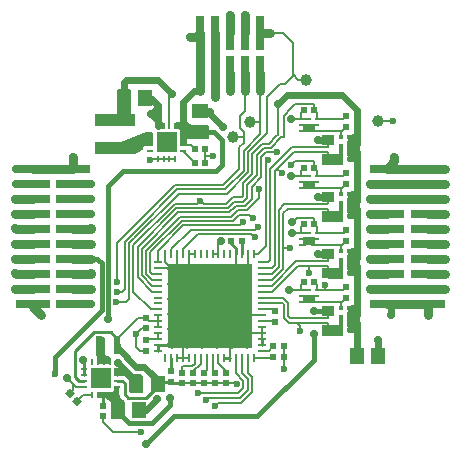
<source format=gtl>
G04 #@! TF.GenerationSoftware,KiCad,Pcbnew,no-vcs-found-d3b382c~59~ubuntu16.04.1*
G04 #@! TF.CreationDate,2017-07-27T00:58:26+01:00*
G04 #@! TF.ProjectId,DCDC-5V,444344432D35562E6B696361645F7063,1*
G04 #@! TF.SameCoordinates,Original
G04 #@! TF.FileFunction,Copper,L1,Top,Signal*
G04 #@! TF.FilePolarity,Positive*
%FSLAX46Y46*%
G04 Gerber Fmt 4.6, Leading zero omitted, Abs format (unit mm)*
G04 Created by KiCad (PCBNEW no-vcs-found-d3b382c~59~ubuntu16.04.1) date Thu Jul 27 00:58:26 2017*
%MOMM*%
%LPD*%
G01*
G04 APERTURE LIST*
%ADD10R,7.150000X7.150000*%
%ADD11C,0.800000*%
%ADD12R,0.250000X0.700000*%
%ADD13R,0.700000X0.250000*%
%ADD14R,0.620000X0.620000*%
%ADD15R,3.400000X0.980000*%
%ADD16R,0.740000X2.920000*%
%ADD17R,2.920000X0.740000*%
%ADD18R,0.400000X0.850000*%
%ADD19R,0.400000X0.455000*%
%ADD20R,1.050000X1.100000*%
%ADD21R,1.000000X0.950000*%
%ADD22R,1.450000X1.150000*%
%ADD23R,1.150000X1.450000*%
%ADD24C,0.620000*%
%ADD25C,0.100000*%
%ADD26R,1.700000X1.700000*%
%ADD27C,0.300000*%
%ADD28R,0.250000X0.600000*%
%ADD29R,0.600000X0.250000*%
%ADD30R,0.500000X1.600000*%
%ADD31R,0.300000X0.250000*%
%ADD32R,1.100000X0.670000*%
%ADD33R,0.620000X0.200000*%
%ADD34C,1.000000*%
%ADD35C,0.700000*%
%ADD36C,0.600000*%
%ADD37C,0.600000*%
%ADD38C,0.200000*%
%ADD39C,0.250000*%
%ADD40C,0.740000*%
%ADD41C,0.400000*%
G04 APERTURE END LIST*
D10*
X98245000Y-105955000D03*
D11*
X101420000Y-109130000D03*
X101420000Y-107860000D03*
X101420000Y-106590000D03*
X101420000Y-105320000D03*
X101420000Y-104050000D03*
X101420000Y-102780000D03*
X100150000Y-109130000D03*
X100150000Y-107860000D03*
X100150000Y-106590000D03*
X100150000Y-105320000D03*
X100150000Y-104050000D03*
X100150000Y-102780000D03*
X98880000Y-109130000D03*
X98880000Y-107860000D03*
X98880000Y-106590000D03*
X98880000Y-105320000D03*
X98880000Y-104050000D03*
X98880000Y-102780000D03*
X97610000Y-109130000D03*
X97610000Y-107860000D03*
X97610000Y-106590000D03*
X97610000Y-105320000D03*
X97610000Y-104050000D03*
X97610000Y-102780000D03*
X96340000Y-109130000D03*
X96340000Y-107860000D03*
X96340000Y-106590000D03*
X96340000Y-105320000D03*
X96340000Y-104050000D03*
X96340000Y-102780000D03*
X95070000Y-109130000D03*
X95070000Y-107860000D03*
X95070000Y-106590000D03*
X95070000Y-105320000D03*
X95070000Y-104050000D03*
X95070000Y-102780000D03*
D12*
X94495000Y-101555000D03*
X94995000Y-101555000D03*
X95495000Y-101555000D03*
X95995000Y-101555000D03*
X96495000Y-101555000D03*
X96995000Y-101555000D03*
X97495000Y-101555000D03*
X97995000Y-101555000D03*
X98495000Y-101555000D03*
X98995000Y-101555000D03*
X99495000Y-101555000D03*
X99995000Y-101555000D03*
X100495000Y-101555000D03*
X100995000Y-101555000D03*
X101495000Y-101555000D03*
X101995000Y-101555000D03*
D13*
X102645000Y-102205000D03*
X102645000Y-102705000D03*
X102645000Y-103205000D03*
X102645000Y-103705000D03*
X102645000Y-104205000D03*
X102645000Y-104705000D03*
X102645000Y-105205000D03*
X102645000Y-105705000D03*
X102645000Y-106205000D03*
X102645000Y-106705000D03*
X102645000Y-107205000D03*
X102645000Y-107705000D03*
X102645000Y-108205000D03*
X102645000Y-108705000D03*
X102645000Y-109205000D03*
X102645000Y-109705000D03*
D12*
X101995000Y-110355000D03*
X101495000Y-110355000D03*
X100995000Y-110355000D03*
X100495000Y-110355000D03*
X99995000Y-110355000D03*
X99495000Y-110355000D03*
X98995000Y-110355000D03*
X98495000Y-110355000D03*
X97995000Y-110355000D03*
X97495000Y-110355000D03*
X96995000Y-110355000D03*
X96495000Y-110355000D03*
X95995000Y-110355000D03*
X95495000Y-110355000D03*
X94995000Y-110355000D03*
X94495000Y-110355000D03*
D13*
X93845000Y-109705000D03*
X93845000Y-109205000D03*
X93845000Y-108705000D03*
X93845000Y-108205000D03*
X93845000Y-107705000D03*
X93845000Y-107205000D03*
X93845000Y-106705000D03*
X93845000Y-106205000D03*
X93845000Y-105705000D03*
X93845000Y-105205000D03*
X93845000Y-104705000D03*
X93845000Y-104205000D03*
X93845000Y-103705000D03*
X93845000Y-103205000D03*
X93845000Y-102705000D03*
X93845000Y-102205000D03*
D14*
X107100000Y-103850000D03*
X106200000Y-103850000D03*
D15*
X90250000Y-92560000D03*
X90250000Y-90190000D03*
D16*
X97460000Y-86215000D03*
X97460000Y-82785000D03*
X98730000Y-86215000D03*
X98730000Y-82785000D03*
X100000000Y-86215000D03*
X100000000Y-82785000D03*
X101270000Y-86215000D03*
X101270000Y-82785000D03*
X102540000Y-86215000D03*
X102540000Y-82785000D03*
D17*
X113285000Y-94285000D03*
X116715000Y-94285000D03*
X113285000Y-95555000D03*
X116715000Y-95555000D03*
X113285000Y-96825000D03*
X116715000Y-96825000D03*
X113285000Y-98095000D03*
X116715000Y-98095000D03*
X113285000Y-99365000D03*
X116715000Y-99365000D03*
X113285000Y-100635000D03*
X116715000Y-100635000D03*
X113285000Y-101905000D03*
X116715000Y-101905000D03*
X113285000Y-103175000D03*
X116715000Y-103175000D03*
X113285000Y-104445000D03*
X116715000Y-104445000D03*
X113285000Y-105715000D03*
X116715000Y-105715000D03*
X83285000Y-94285000D03*
X86715000Y-94285000D03*
X83285000Y-95555000D03*
X86715000Y-95555000D03*
X83285000Y-96825000D03*
X86715000Y-96825000D03*
X83285000Y-98095000D03*
X86715000Y-98095000D03*
X83285000Y-99365000D03*
X86715000Y-99365000D03*
X83285000Y-100635000D03*
X86715000Y-100635000D03*
X83285000Y-101905000D03*
X86715000Y-101905000D03*
X83285000Y-103175000D03*
X86715000Y-103175000D03*
X83285000Y-104445000D03*
X86715000Y-104445000D03*
X83285000Y-105715000D03*
X86715000Y-105715000D03*
D14*
X92850000Y-106925000D03*
X92850000Y-107825000D03*
X100975000Y-100400000D03*
X100075000Y-100400000D03*
X92850000Y-109700000D03*
X92850000Y-108800000D03*
X103750000Y-106350000D03*
X103750000Y-107250000D03*
X98700000Y-111575000D03*
X98700000Y-112475000D03*
X103650000Y-109325000D03*
X104550000Y-109325000D03*
X96850000Y-112475000D03*
X96850000Y-111575000D03*
X104550000Y-110275000D03*
X103650000Y-110275000D03*
X95925000Y-112475000D03*
X95925000Y-111575000D03*
X97775000Y-112475000D03*
X97775000Y-111575000D03*
X99625000Y-112475000D03*
X99625000Y-111575000D03*
X109800000Y-104350000D03*
X110700000Y-104350000D03*
X109800000Y-99525000D03*
X110700000Y-99525000D03*
X109800000Y-94700000D03*
X110700000Y-94700000D03*
X109800000Y-89875000D03*
X110700000Y-89875000D03*
X110700000Y-105275000D03*
X109800000Y-105275000D03*
X110700000Y-100450000D03*
X109800000Y-100450000D03*
X110700000Y-95625000D03*
X109800000Y-95625000D03*
X110700000Y-90800000D03*
X109800000Y-90800000D03*
D18*
X109400000Y-107121000D03*
D19*
X109400000Y-107947500D03*
X109400000Y-106102500D03*
X110050000Y-107947500D03*
X110700000Y-107947500D03*
X110700000Y-106102500D03*
D20*
X110375000Y-107025000D03*
D19*
X110050000Y-106102500D03*
D21*
X108250000Y-107950000D03*
X108250000Y-106350000D03*
X108250000Y-103125000D03*
X108250000Y-101525000D03*
X108250000Y-96700000D03*
X108250000Y-98300000D03*
X108250000Y-91875000D03*
X108250000Y-93475000D03*
D18*
X109400000Y-102300000D03*
D19*
X109400000Y-103126500D03*
X109400000Y-101281500D03*
X110050000Y-103126500D03*
X110700000Y-103126500D03*
X110700000Y-101281500D03*
D20*
X110375000Y-102204000D03*
D19*
X110050000Y-101281500D03*
X110050000Y-96456500D03*
D20*
X110375000Y-97379000D03*
D19*
X110700000Y-96456500D03*
X110700000Y-98301500D03*
X110050000Y-98301500D03*
X109400000Y-96456500D03*
X109400000Y-98301500D03*
D18*
X109400000Y-97475000D03*
X109400000Y-92646000D03*
D19*
X109400000Y-93472500D03*
X109400000Y-91627500D03*
X110050000Y-93472500D03*
X110700000Y-93472500D03*
X110700000Y-91627500D03*
D20*
X110375000Y-92550000D03*
D19*
X110050000Y-91627500D03*
D22*
X97475000Y-89375000D03*
X97475000Y-91175000D03*
D14*
X96975000Y-92600000D03*
X97875000Y-92600000D03*
X97875000Y-93800000D03*
X96975000Y-93800000D03*
D23*
X90975000Y-88300000D03*
X92775000Y-88300000D03*
X90475000Y-114750000D03*
X92275000Y-114750000D03*
D14*
X89250000Y-115250000D03*
X89250000Y-114350000D03*
D24*
X86406802Y-113306802D03*
D25*
G36*
X86845208Y-113306802D02*
X86406802Y-113745208D01*
X85968396Y-113306802D01*
X86406802Y-112868396D01*
X86845208Y-113306802D01*
X86845208Y-113306802D01*
G37*
D24*
X87043198Y-113943198D03*
D25*
G36*
X87481604Y-113943198D02*
X87043198Y-114381604D01*
X86604792Y-113943198D01*
X87043198Y-113504792D01*
X87481604Y-113943198D01*
X87481604Y-113943198D01*
G37*
D23*
X92050000Y-112550000D03*
X93850000Y-112550000D03*
D26*
X94600000Y-92075000D03*
D27*
X95200000Y-92675000D03*
X95200000Y-91475000D03*
X94000000Y-92675000D03*
X94000000Y-91475000D03*
D28*
X93850000Y-90675000D03*
X94350000Y-90675000D03*
X94850000Y-90675000D03*
X95350000Y-90675000D03*
D29*
X96000000Y-91325000D03*
X96000000Y-91825000D03*
X96000000Y-92325000D03*
X96000000Y-92825000D03*
D28*
X95350000Y-93475000D03*
X94850000Y-93475000D03*
X94350000Y-93475000D03*
X93850000Y-93475000D03*
D29*
X93200000Y-92825000D03*
X93200000Y-92325000D03*
X93200000Y-91825000D03*
X93200000Y-91325000D03*
D28*
X89774307Y-110625693D03*
X89274307Y-110625693D03*
X88774307Y-110625693D03*
X88274307Y-110625693D03*
D29*
X87624307Y-111275693D03*
X87624307Y-111775693D03*
X87624307Y-112275693D03*
X87624307Y-112775693D03*
D28*
X88274307Y-113425693D03*
X88774307Y-113425693D03*
X89274307Y-113425693D03*
X89774307Y-113425693D03*
D29*
X90424307Y-112775693D03*
X90424307Y-112275693D03*
X90424307Y-111775693D03*
X90424307Y-111275693D03*
D27*
X89624307Y-111425693D03*
X88424307Y-111425693D03*
X89624307Y-112625693D03*
X88424307Y-112625693D03*
D26*
X89024307Y-112025693D03*
D30*
X90424307Y-109225693D03*
X88924307Y-109225693D03*
D14*
X95000000Y-112325000D03*
X95000000Y-111425000D03*
D31*
X107350000Y-104600000D03*
X107350000Y-105100000D03*
X107350000Y-105600000D03*
D32*
X106650000Y-105310000D03*
D33*
X106590000Y-104600000D03*
D31*
X105950000Y-104600000D03*
X105950000Y-105100000D03*
X105950000Y-105600000D03*
X107350000Y-99740000D03*
X107350000Y-100240000D03*
X107350000Y-100740000D03*
D32*
X106650000Y-100450000D03*
D33*
X106590000Y-99740000D03*
D31*
X105950000Y-99740000D03*
X105950000Y-100240000D03*
X105950000Y-100740000D03*
X105950000Y-95940000D03*
X105950000Y-95440000D03*
X105950000Y-94940000D03*
D33*
X106590000Y-94940000D03*
D32*
X106650000Y-95650000D03*
D31*
X107350000Y-95940000D03*
X107350000Y-95440000D03*
X107350000Y-94940000D03*
X105950000Y-91100000D03*
X105950000Y-90600000D03*
X105950000Y-90100000D03*
D33*
X106590000Y-90100000D03*
D32*
X106650000Y-90810000D03*
D31*
X107350000Y-91100000D03*
X107350000Y-90600000D03*
X107350000Y-90100000D03*
D14*
X106200000Y-99000000D03*
X107100000Y-99000000D03*
X107100000Y-94200000D03*
X106200000Y-94200000D03*
X106200000Y-89350000D03*
X107100000Y-89350000D03*
D34*
X100200000Y-91600000D03*
X101700000Y-90350000D03*
X106450000Y-86750000D03*
X112525000Y-90225000D03*
D23*
X110700000Y-110175000D03*
X112500000Y-110175000D03*
D35*
X112500000Y-108825000D03*
D36*
X92050000Y-108325000D03*
X113750000Y-90225000D03*
D35*
X99350000Y-90750000D03*
D36*
X92475000Y-116550000D03*
D35*
X93775000Y-113800000D03*
X90500000Y-110750000D03*
X104950000Y-104600000D03*
D36*
X93175000Y-93550000D03*
X98525000Y-93200000D03*
D35*
X105200000Y-99750000D03*
X105150000Y-94950000D03*
X105150000Y-90100000D03*
X93275000Y-89675000D03*
X86199307Y-112025693D03*
X87499307Y-110525693D03*
X113900000Y-93300000D03*
X116700000Y-106700000D03*
X84000000Y-106700000D03*
X113640000Y-106660000D03*
X118180000Y-94290000D03*
X86700000Y-93300000D03*
X88180000Y-105720000D03*
X81820000Y-94290000D03*
X100000000Y-81320000D03*
X101270000Y-81320000D03*
X89660010Y-107014990D03*
X94900000Y-113675000D03*
X96575000Y-83150000D03*
X97450000Y-87700000D03*
X88180000Y-95550000D03*
X81800000Y-96850000D03*
X88180000Y-96830000D03*
X81800000Y-98100000D03*
X81800000Y-99350000D03*
X88200000Y-99350000D03*
X81800000Y-100650000D03*
X88200000Y-100650000D03*
X81800000Y-101900000D03*
X81800000Y-103150000D03*
X88200000Y-103150000D03*
X81800000Y-104450000D03*
X88200000Y-104450000D03*
X88180000Y-98100000D03*
X98725000Y-88250000D03*
X98730000Y-87680000D03*
D36*
X104550000Y-111250000D03*
X100550000Y-112500000D03*
D35*
X111820000Y-95550000D03*
X118180000Y-95560000D03*
X111820000Y-96830000D03*
X118180000Y-96830000D03*
X107400000Y-91875000D03*
X111820000Y-98090000D03*
X118180000Y-98090000D03*
X118180000Y-99360000D03*
X118180000Y-100630000D03*
X111820000Y-101900000D03*
X118180000Y-101900000D03*
X107400000Y-101525000D03*
X111820000Y-103180000D03*
X118180000Y-103180000D03*
X111820000Y-104440000D03*
X118180000Y-104440000D03*
X107400000Y-96700000D03*
X111820000Y-99360000D03*
X111820000Y-100640000D03*
X81820000Y-95560000D03*
X92900000Y-117600000D03*
D36*
X85150000Y-111675000D03*
D35*
X107050000Y-108324264D03*
X107050000Y-106350000D03*
X88200000Y-101900000D03*
D36*
X90425000Y-103850000D03*
X97300000Y-113325000D03*
D35*
X101270000Y-87690000D03*
D36*
X90400000Y-104700000D03*
X97950000Y-113900000D03*
D35*
X102540000Y-87690000D03*
D36*
X90350000Y-105600000D03*
X98675000Y-114425000D03*
D35*
X103375000Y-82800000D03*
D36*
X105900000Y-108050000D03*
X101050000Y-98850000D03*
X101900000Y-98500000D03*
X108050000Y-104150000D03*
X102400000Y-96050000D03*
D35*
X105200000Y-98850000D03*
D36*
X103950000Y-92900000D03*
X105150000Y-94000000D03*
X102350000Y-99200000D03*
X106650000Y-103100000D03*
X102050000Y-100100000D03*
X105050000Y-101050000D03*
X103200000Y-93550000D03*
X104350000Y-94700000D03*
X97425000Y-97025000D03*
D35*
X104000000Y-88850000D03*
X95075000Y-87950000D03*
X99175000Y-100450000D03*
X100000000Y-87680000D03*
D37*
X112500000Y-110175000D02*
X112500000Y-108825000D01*
D38*
X92850000Y-109700000D02*
X92340000Y-109700000D01*
X92340000Y-109700000D02*
X92050000Y-109410000D01*
X92050000Y-109410000D02*
X92050000Y-108749264D01*
X92050000Y-108749264D02*
X92050000Y-108325000D01*
X92850000Y-107825000D02*
X92550000Y-107825000D01*
X92550000Y-107825000D02*
X92050000Y-108325000D01*
X112525000Y-90225000D02*
X113750000Y-90225000D01*
D37*
X97475000Y-89375000D02*
X98250000Y-89375000D01*
X98250000Y-89375000D02*
X98250000Y-89650000D01*
X98250000Y-89650000D02*
X99350000Y-90750000D01*
D38*
X89250000Y-115250000D02*
X89250000Y-115760000D01*
X89250000Y-115760000D02*
X90040000Y-116550000D01*
X90040000Y-116550000D02*
X92475000Y-116550000D01*
D37*
X92275000Y-114750000D02*
X92825000Y-114750000D01*
X92825000Y-114750000D02*
X93775000Y-113800000D01*
X92050000Y-112550000D02*
X92050000Y-112300000D01*
X92050000Y-112300000D02*
X90500000Y-110750000D01*
D38*
X86949307Y-112775693D02*
X86575000Y-112401386D01*
X86575000Y-112401386D02*
X86199307Y-112025693D01*
X86406802Y-113306802D02*
X86696715Y-113016889D01*
X86696715Y-113016889D02*
X86696715Y-112523101D01*
X86696715Y-112523101D02*
X86575000Y-112401386D01*
D39*
X90424307Y-111525000D02*
X90424307Y-111275693D01*
X90424307Y-111775693D02*
X90424307Y-111525000D01*
X90424307Y-111525000D02*
X90699307Y-111250000D01*
D38*
X105950000Y-104600000D02*
X104950000Y-104600000D01*
X105950000Y-104300000D02*
X105950000Y-104100000D01*
X105950000Y-104600000D02*
X105950000Y-104300000D01*
X105950000Y-104600000D02*
X105950000Y-104550000D01*
X93850000Y-93475000D02*
X93250000Y-93475000D01*
X93250000Y-93475000D02*
X93175000Y-93550000D01*
X97875000Y-93200000D02*
X97875000Y-93800000D01*
X97875000Y-92600000D02*
X97875000Y-93200000D01*
X97875000Y-93200000D02*
X98525000Y-93200000D01*
X105950000Y-104100000D02*
X106200000Y-103850000D01*
X106590000Y-104600000D02*
X105950000Y-104600000D01*
X105950000Y-99740000D02*
X105950000Y-99250000D01*
X105950000Y-99250000D02*
X106200000Y-99000000D01*
X105950000Y-99740000D02*
X105210000Y-99740000D01*
X105210000Y-99740000D02*
X105200000Y-99750000D01*
X106590000Y-99740000D02*
X105950000Y-99740000D01*
X105950000Y-94940000D02*
X105950000Y-94450000D01*
X105950000Y-94450000D02*
X106200000Y-94200000D01*
X105950000Y-94940000D02*
X105160000Y-94940000D01*
X105160000Y-94940000D02*
X105150000Y-94950000D01*
X106590000Y-94940000D02*
X105950000Y-94940000D01*
X105950000Y-90100000D02*
X105950000Y-89600000D01*
X105950000Y-89600000D02*
X106200000Y-89350000D01*
X105950000Y-90100000D02*
X105150000Y-90100000D01*
X106590000Y-90100000D02*
X105950000Y-90100000D01*
D37*
X93275000Y-89675000D02*
X93850000Y-89100000D01*
X93850000Y-89100000D02*
X93850000Y-88925000D01*
X93850000Y-90675000D02*
X93850000Y-90250000D01*
X93850000Y-90250000D02*
X93275000Y-89675000D01*
X93225000Y-88300000D02*
X93850000Y-88925000D01*
X93850000Y-88925000D02*
X93850000Y-90675000D01*
X92775000Y-88300000D02*
X93225000Y-88300000D01*
D38*
X93850000Y-90675000D02*
X93850000Y-90500000D01*
X93850000Y-90675000D02*
X94350000Y-90675000D01*
X94350000Y-93475000D02*
X93850000Y-93475000D01*
X95350000Y-93475000D02*
X94850000Y-93475000D01*
X94350000Y-93475000D02*
X94850000Y-93475000D01*
X87624307Y-112775693D02*
X86949307Y-112775693D01*
D39*
X100495000Y-101555000D02*
X100495000Y-101053002D01*
X100495000Y-101053002D02*
X100075000Y-100633002D01*
X100075000Y-100633002D02*
X100075000Y-100400000D01*
X102645000Y-109205000D02*
X102645000Y-108705000D01*
X99495000Y-110355000D02*
X99995000Y-110355000D01*
X93845000Y-109205000D02*
X94995000Y-109205000D01*
X94995000Y-109205000D02*
X95170000Y-109030000D01*
X93845000Y-109205000D02*
X93845000Y-109705000D01*
X87624307Y-111275693D02*
X87624307Y-110650693D01*
X87624307Y-110650693D02*
X87499307Y-110525693D01*
X87624307Y-111275693D02*
X87624307Y-111775693D01*
D38*
X89024307Y-112025693D02*
X89274307Y-111775693D01*
X93845000Y-102705000D02*
X94995000Y-102705000D01*
X94995000Y-102705000D02*
X95170000Y-102880000D01*
X94495000Y-101555000D02*
X94495000Y-102205000D01*
X94495000Y-102205000D02*
X95170000Y-102880000D01*
X95495000Y-101555000D02*
X95495000Y-102555000D01*
X95495000Y-102555000D02*
X95170000Y-102880000D01*
X96495000Y-101555000D02*
X96495000Y-102785000D01*
X96495000Y-102785000D02*
X96400000Y-102880000D01*
X96995000Y-101555000D02*
X96495000Y-101555000D01*
X101495000Y-101555000D02*
X101495000Y-102705000D01*
X101495000Y-102705000D02*
X101320000Y-102880000D01*
X100495000Y-101555000D02*
X100495000Y-102475000D01*
X100495000Y-102475000D02*
X100090000Y-102880000D01*
X102645000Y-106705000D02*
X101455000Y-106705000D01*
X101455000Y-106705000D02*
X101320000Y-106570000D01*
X102645000Y-108205000D02*
X101725000Y-108205000D01*
X101725000Y-108205000D02*
X101320000Y-107800000D01*
X102645000Y-108205000D02*
X102645000Y-107705000D01*
X102645000Y-108705000D02*
X102645000Y-108205000D01*
X99995000Y-110355000D02*
X99995000Y-109125000D01*
X99995000Y-109125000D02*
X100090000Y-109030000D01*
X95995000Y-110355000D02*
X95995000Y-109435000D01*
X95995000Y-109435000D02*
X96400000Y-109030000D01*
X95995000Y-110355000D02*
X95495000Y-110355000D01*
X96495000Y-110355000D02*
X95995000Y-110355000D01*
D40*
X83285000Y-105715000D02*
X83285000Y-105985000D01*
X83285000Y-105985000D02*
X84000000Y-106700000D01*
X113900000Y-93300000D02*
X113900000Y-93670000D01*
X113900000Y-93670000D02*
X113285000Y-94285000D01*
X116715000Y-105715000D02*
X116715000Y-106685000D01*
X116715000Y-106685000D02*
X116700000Y-106700000D01*
X83285000Y-94285000D02*
X86715000Y-94285000D01*
X113285000Y-94285000D02*
X116715000Y-94285000D01*
X113285000Y-105715000D02*
X116715000Y-105715000D01*
D37*
X113640000Y-106660000D02*
X113640000Y-106070000D01*
X113640000Y-106070000D02*
X113285000Y-105715000D01*
D40*
X118180000Y-94290000D02*
X116720000Y-94290000D01*
X116720000Y-94290000D02*
X116715000Y-94285000D01*
X86715000Y-94285000D02*
X86715000Y-93315000D01*
X86715000Y-93315000D02*
X86700000Y-93300000D01*
D41*
X88175000Y-105715000D02*
X88180000Y-105720000D01*
X81820000Y-94290000D02*
X83280000Y-94290000D01*
X83280000Y-94290000D02*
X83285000Y-94285000D01*
D40*
X100000000Y-81320000D02*
X100000000Y-82785000D01*
X101270000Y-82785000D02*
X101270000Y-81320000D01*
D39*
X100995000Y-101555000D02*
X100995000Y-100420000D01*
X100995000Y-100420000D02*
X100975000Y-100400000D01*
D38*
X93845000Y-108705000D02*
X92945000Y-108705000D01*
X92945000Y-108705000D02*
X92850000Y-108800000D01*
X93845000Y-108205000D02*
X93845000Y-108705000D01*
D39*
X92759308Y-108660694D02*
X92724307Y-108625693D01*
D41*
X97475000Y-91175000D02*
X98600000Y-91175000D01*
X98600000Y-91175000D02*
X99275000Y-91850000D01*
X99275000Y-91850000D02*
X99275000Y-93950000D01*
X99275000Y-93950000D02*
X98754999Y-94470001D01*
X98754999Y-94470001D02*
X90929999Y-94470001D01*
X90929999Y-94470001D02*
X89660010Y-95739990D01*
D37*
X96000000Y-90625000D02*
X96000000Y-88925000D01*
X96000000Y-88925000D02*
X96000000Y-88655026D01*
X96000000Y-88655026D02*
X96955026Y-87700000D01*
X96955026Y-87700000D02*
X97450000Y-87700000D01*
D41*
X93389999Y-115835001D02*
X94900000Y-114325000D01*
X94900000Y-114325000D02*
X94900000Y-113675000D01*
X90475000Y-114750000D02*
X90475000Y-114900000D01*
X90475000Y-114900000D02*
X91410001Y-115835001D01*
X91410001Y-115835001D02*
X93389999Y-115835001D01*
D39*
X89250000Y-114350000D02*
X89250000Y-113450000D01*
X89250000Y-113450000D02*
X89274307Y-113425693D01*
X90475000Y-114750000D02*
X90475000Y-113775000D01*
X90475000Y-113775000D02*
X90125693Y-113425693D01*
X90125693Y-113425693D02*
X90099307Y-113425693D01*
D41*
X89660010Y-95739990D02*
X89660010Y-107014990D01*
D38*
X89000000Y-113651386D02*
X88774307Y-113425693D01*
D41*
X97625000Y-91175000D02*
X97475000Y-91175000D01*
D37*
X97475000Y-91175000D02*
X97450000Y-91150000D01*
X97450000Y-91150000D02*
X96525000Y-91150000D01*
X96525000Y-91150000D02*
X96000000Y-90625000D01*
D38*
X89274307Y-113425693D02*
X89774307Y-113425693D01*
X88774307Y-113425693D02*
X89274307Y-113425693D01*
X96000000Y-91325000D02*
X97325000Y-91325000D01*
X97325000Y-91325000D02*
X97475000Y-91175000D01*
X95775000Y-90675000D02*
X96000000Y-90900000D01*
X96000000Y-90900000D02*
X96000000Y-91325000D01*
X95350000Y-90675000D02*
X95775000Y-90675000D01*
X96000000Y-92325000D02*
X96700000Y-92325000D01*
X96700000Y-92325000D02*
X96975000Y-92600000D01*
X96000000Y-91825000D02*
X96000000Y-92325000D01*
X96000000Y-91325000D02*
X96000000Y-91825000D01*
X90424307Y-112775693D02*
X90424307Y-113100693D01*
X90424307Y-113100693D02*
X90099307Y-113425693D01*
X90099307Y-113425693D02*
X89774307Y-113425693D01*
D40*
X96575000Y-83150000D02*
X97095000Y-83150000D01*
X97095000Y-83150000D02*
X97460000Y-82785000D01*
X97460000Y-86215000D02*
X97460000Y-87690000D01*
X97460000Y-87690000D02*
X97450000Y-87700000D01*
X97460000Y-82785000D02*
X97460000Y-86215000D01*
D38*
X101995000Y-110355000D02*
X103570000Y-110355000D01*
X103570000Y-110355000D02*
X103650000Y-110275000D01*
D41*
X88180000Y-95550000D02*
X86720000Y-95550000D01*
X86720000Y-95550000D02*
X86715000Y-95555000D01*
D40*
X83285000Y-96825000D02*
X81825000Y-96825000D01*
X81825000Y-96825000D02*
X81800000Y-96850000D01*
D41*
X88175000Y-96825000D02*
X88180000Y-96830000D01*
D40*
X83285000Y-98095000D02*
X81805000Y-98095000D01*
X81805000Y-98095000D02*
X81800000Y-98100000D01*
X83285000Y-99365000D02*
X81815000Y-99365000D01*
X81815000Y-99365000D02*
X81800000Y-99350000D01*
X86715000Y-99365000D02*
X88185000Y-99365000D01*
X88185000Y-99365000D02*
X88200000Y-99350000D01*
X83285000Y-100635000D02*
X81815000Y-100635000D01*
X81815000Y-100635000D02*
X81800000Y-100650000D01*
X86715000Y-100635000D02*
X88185000Y-100635000D01*
X88185000Y-100635000D02*
X88200000Y-100650000D01*
X83285000Y-101905000D02*
X81805000Y-101905000D01*
X81805000Y-101905000D02*
X81800000Y-101900000D01*
X83285000Y-103175000D02*
X81825000Y-103175000D01*
X81825000Y-103175000D02*
X81800000Y-103150000D01*
X86715000Y-103175000D02*
X88175000Y-103175000D01*
X88175000Y-103175000D02*
X88200000Y-103150000D01*
X81800000Y-104450000D02*
X83280000Y-104450000D01*
X83280000Y-104450000D02*
X83285000Y-104445000D01*
X86715000Y-104445000D02*
X88195000Y-104445000D01*
X88195000Y-104445000D02*
X88200000Y-104450000D01*
D41*
X88180000Y-98100000D02*
X86720000Y-98100000D01*
X86720000Y-98100000D02*
X86715000Y-98095000D01*
D40*
X98725000Y-88250000D02*
X98725000Y-87685000D01*
X98725000Y-87685000D02*
X98730000Y-87680000D01*
X98730000Y-82785000D02*
X98730000Y-86215000D01*
X98730000Y-86215000D02*
X98730000Y-87680000D01*
D38*
X92850000Y-106925000D02*
X92175000Y-106925000D01*
X92175000Y-106925000D02*
X90424307Y-108675693D01*
X90424307Y-108675693D02*
X90424307Y-109225693D01*
D39*
X95000000Y-112325000D02*
X94075000Y-112325000D01*
X94075000Y-112325000D02*
X93850000Y-112550000D01*
X90424307Y-112275693D02*
X90862309Y-112275693D01*
X90862309Y-112275693D02*
X91050000Y-112463384D01*
X91050000Y-112463384D02*
X91050000Y-113400000D01*
X91050000Y-113400000D02*
X91350000Y-113700000D01*
X91350000Y-113700000D02*
X92850000Y-113700000D01*
X92850000Y-113700000D02*
X93850000Y-112700000D01*
X93850000Y-112700000D02*
X93850000Y-112550000D01*
D37*
X93153002Y-111525000D02*
X93150000Y-111525000D01*
X93150000Y-111525000D02*
X92725000Y-111100000D01*
X93850000Y-112550000D02*
X93850000Y-112221998D01*
X93850000Y-112221998D02*
X93153002Y-111525000D01*
X92025000Y-111100000D02*
X92725000Y-111100000D01*
X91275000Y-110350000D02*
X92025000Y-111100000D01*
X91275000Y-110250000D02*
X91275000Y-110350000D01*
X90424307Y-109225693D02*
X90424307Y-109399307D01*
X90424307Y-109399307D02*
X91275000Y-110250000D01*
X93850000Y-112300000D02*
X93850000Y-112550000D01*
D38*
X104550000Y-110275000D02*
X104550000Y-111250000D01*
X99625000Y-112475000D02*
X100525000Y-112475000D01*
X100525000Y-112475000D02*
X100550000Y-112500000D01*
X104575000Y-109300000D02*
X104550000Y-109325000D01*
X104550000Y-109325000D02*
X104550000Y-110275000D01*
D39*
X95925000Y-112475000D02*
X95150000Y-112475000D01*
X95150000Y-112475000D02*
X95000000Y-112325000D01*
X87624307Y-112275693D02*
X87186305Y-112275693D01*
X87186305Y-112275693D02*
X86864306Y-111953694D01*
X89889306Y-108140692D02*
X90424307Y-108675693D01*
X86864306Y-111953694D02*
X86864306Y-109722692D01*
X86864306Y-109722692D02*
X88446306Y-108140692D01*
X88446306Y-108140692D02*
X89889306Y-108140692D01*
D38*
X92850000Y-106925000D02*
X92730870Y-106925000D01*
X93845000Y-107205000D02*
X93130000Y-107205000D01*
X93130000Y-107205000D02*
X92850000Y-106925000D01*
X98700000Y-112475000D02*
X99625000Y-112475000D01*
X97775000Y-112475000D02*
X98700000Y-112475000D01*
X96850000Y-112475000D02*
X97775000Y-112475000D01*
X95925000Y-112475000D02*
X96850000Y-112475000D01*
X93845000Y-107205000D02*
X93845000Y-106705000D01*
X93845000Y-107205000D02*
X93845000Y-107705000D01*
D40*
X113285000Y-95555000D02*
X111825000Y-95555000D01*
X111825000Y-95555000D02*
X111820000Y-95550000D01*
X113285000Y-95555000D02*
X116715000Y-95555000D01*
X116715000Y-95555000D02*
X118175000Y-95555000D01*
X118175000Y-95555000D02*
X118180000Y-95560000D01*
X111820000Y-96830000D02*
X113280000Y-96830000D01*
X113280000Y-96830000D02*
X113285000Y-96825000D01*
X116715000Y-96825000D02*
X113285000Y-96825000D01*
X118180000Y-96830000D02*
X116720000Y-96830000D01*
X116720000Y-96830000D02*
X116715000Y-96825000D01*
D38*
X102645000Y-102205000D02*
X103195000Y-102205000D01*
X103195000Y-102205000D02*
X103389990Y-102010010D01*
X103389990Y-102010010D02*
X103389990Y-94348077D01*
X103389990Y-94348077D02*
X103638068Y-94100000D01*
X103638068Y-94100000D02*
X105248077Y-92489991D01*
X105248077Y-92489991D02*
X108185009Y-92489991D01*
X108185009Y-92489991D02*
X108250000Y-92425000D01*
X108250000Y-92425000D02*
X108250000Y-91875000D01*
X102645000Y-102180000D02*
X102645000Y-102205000D01*
D37*
X108250000Y-91875000D02*
X107400000Y-91875000D01*
D40*
X113285000Y-98095000D02*
X111825000Y-98095000D01*
X111825000Y-98095000D02*
X111820000Y-98090000D01*
X116715000Y-98095000D02*
X118175000Y-98095000D01*
X118175000Y-98095000D02*
X118180000Y-98090000D01*
X118180000Y-99360000D02*
X116720000Y-99360000D01*
X116720000Y-99360000D02*
X116715000Y-99365000D01*
X116715000Y-100635000D02*
X118175000Y-100635000D01*
X118175000Y-100635000D02*
X118180000Y-100630000D01*
X113285000Y-101905000D02*
X111825000Y-101905000D01*
X111825000Y-101905000D02*
X111820000Y-101900000D01*
X118180000Y-101900000D02*
X116720000Y-101900000D01*
X116720000Y-101900000D02*
X116715000Y-101905000D01*
D38*
X102645000Y-104205000D02*
X103522392Y-104205000D01*
X108250000Y-102075000D02*
X108250000Y-101525000D01*
X103522392Y-104205000D02*
X105577392Y-102150000D01*
X105577392Y-102150000D02*
X108175000Y-102150000D01*
X108175000Y-102150000D02*
X108250000Y-102075000D01*
D37*
X108250000Y-101525000D02*
X107400000Y-101525000D01*
D40*
X113285000Y-103175000D02*
X111825000Y-103175000D01*
X111825000Y-103175000D02*
X111820000Y-103180000D01*
X116715000Y-103175000D02*
X118175000Y-103175000D01*
X118175000Y-103175000D02*
X118180000Y-103180000D01*
X113285000Y-104445000D02*
X111825000Y-104445000D01*
X111825000Y-104445000D02*
X111820000Y-104440000D01*
X113285000Y-104445000D02*
X116715000Y-104445000D01*
X118180000Y-104440000D02*
X116720000Y-104440000D01*
X116720000Y-104440000D02*
X116715000Y-104445000D01*
D38*
X108250000Y-96700000D02*
X108250000Y-97225000D01*
X108250000Y-97225000D02*
X108150000Y-97325000D01*
X108150000Y-97325000D02*
X104585010Y-97325000D01*
X104585010Y-97325000D02*
X104110010Y-97800000D01*
X104110010Y-97800000D02*
X104110010Y-102599121D01*
X104110010Y-102599121D02*
X103504131Y-103205000D01*
X103504131Y-103205000D02*
X102645000Y-103205000D01*
D37*
X108250000Y-96700000D02*
X107400000Y-96700000D01*
D40*
X113285000Y-99365000D02*
X111825000Y-99365000D01*
X111825000Y-99365000D02*
X111820000Y-99360000D01*
X113285000Y-100635000D02*
X111825000Y-100635000D01*
X111825000Y-100635000D02*
X111820000Y-100640000D01*
D41*
X83285000Y-95555000D02*
X81825000Y-95555000D01*
X81825000Y-95555000D02*
X81820000Y-95560000D01*
X107050000Y-108324264D02*
X107050000Y-108750000D01*
X102275000Y-115275000D02*
X107050000Y-110500000D01*
X107050000Y-108750000D02*
X107050000Y-109100000D01*
X107050000Y-110500000D02*
X107050000Y-108750000D01*
X95225000Y-115275000D02*
X102275000Y-115275000D01*
X92900000Y-117600000D02*
X95225000Y-115275000D01*
X85150000Y-111675000D02*
X85150000Y-110250000D01*
X85150000Y-110250000D02*
X89100000Y-106300000D01*
X89100000Y-106300000D02*
X89100000Y-102305026D01*
X89100000Y-102305026D02*
X88694974Y-101900000D01*
X88694974Y-101900000D02*
X88200000Y-101900000D01*
X107050000Y-106350000D02*
X108250000Y-106350000D01*
D38*
X108250000Y-106350000D02*
X108250000Y-106900000D01*
X108250000Y-106900000D02*
X108175000Y-106975000D01*
X103195000Y-105205000D02*
X102645000Y-105205000D01*
X108175000Y-106975000D02*
X105084130Y-106975000D01*
X105084130Y-106975000D02*
X104910010Y-106800880D01*
X104910010Y-106800880D02*
X104910010Y-105650879D01*
X104910010Y-105650879D02*
X104464131Y-105205000D01*
X104464131Y-105205000D02*
X103195000Y-105205000D01*
D40*
X86715000Y-101905000D02*
X88195000Y-101905000D01*
X88195000Y-101905000D02*
X88200000Y-101900000D01*
D38*
X101125000Y-91650000D02*
X101125000Y-91200000D01*
X101125000Y-92100000D02*
X101125000Y-91650000D01*
X101125000Y-91650000D02*
X101075000Y-91600000D01*
X101075000Y-91600000D02*
X100200000Y-91600000D01*
X90425000Y-103850000D02*
X90425000Y-100608951D01*
X90425000Y-100608951D02*
X95353971Y-95679981D01*
X95353971Y-95679981D02*
X96620019Y-95679981D01*
X101125000Y-91200000D02*
X100800000Y-90875000D01*
X96620019Y-95679981D02*
X96625000Y-95675000D01*
X96625000Y-95675000D02*
X99400545Y-95675000D01*
X99400545Y-95675000D02*
X100758938Y-94316607D01*
X100800000Y-89850000D02*
X101270000Y-89380000D01*
X100758938Y-94316607D02*
X100758938Y-92466062D01*
X100800000Y-90875000D02*
X100800000Y-89850000D01*
X100758938Y-92466062D02*
X101125000Y-92100000D01*
X101270000Y-89380000D02*
X101270000Y-87690000D01*
X101110001Y-112889999D02*
X100675000Y-113325000D01*
X100675000Y-113325000D02*
X97300000Y-113325000D01*
X100495000Y-110355000D02*
X100495000Y-111616198D01*
X100495000Y-111616198D02*
X101110001Y-112231199D01*
X101110001Y-112231199D02*
X101110001Y-112889999D01*
D40*
X101270000Y-86215000D02*
X101270000Y-87690000D01*
D38*
X102540000Y-90375000D02*
X102540000Y-87690000D01*
X102540000Y-91344675D02*
X102540000Y-90375000D01*
X102540000Y-90375000D02*
X102515000Y-90350000D01*
X102515000Y-90350000D02*
X101700000Y-90350000D01*
X99544685Y-96039990D02*
X101118948Y-94465727D01*
X101118948Y-94465727D02*
X101118948Y-92765726D01*
X101118948Y-92765726D02*
X102540000Y-91344675D01*
X98975000Y-96039990D02*
X99544685Y-96039990D01*
X95503092Y-96039990D02*
X98975000Y-96039990D01*
X99544685Y-96039990D02*
X100292337Y-95292339D01*
X91975000Y-99568081D02*
X91975002Y-99568081D01*
X91975002Y-99568081D02*
X95503092Y-96039990D01*
X91064940Y-104459324D02*
X91064940Y-100478141D01*
X91064940Y-100478141D02*
X91975000Y-99568081D01*
X90400000Y-104700000D02*
X90824264Y-104700000D01*
X90824264Y-104700000D02*
X91064940Y-104459324D01*
X100824121Y-113685010D02*
X98164990Y-113685010D01*
X98164990Y-113685010D02*
X97950000Y-113900000D01*
X100995000Y-110355000D02*
X100995000Y-111607067D01*
X100995000Y-111607067D02*
X101470011Y-112082078D01*
X101470011Y-112082078D02*
X101470011Y-113039120D01*
X101470011Y-113039120D02*
X100824121Y-113685010D01*
D40*
X102540000Y-87690000D02*
X102540000Y-86215000D01*
D38*
X105300000Y-86425000D02*
X105300000Y-86100000D01*
X106450000Y-86750000D02*
X105742894Y-86750000D01*
X105300000Y-86100000D02*
X105300000Y-83650000D01*
X105742894Y-86750000D02*
X105300000Y-86307106D01*
X105300000Y-86307106D02*
X105300000Y-86100000D01*
X90350000Y-105600000D02*
X91175000Y-105600000D01*
X91175000Y-105600000D02*
X91424950Y-105350050D01*
X91424950Y-105350050D02*
X91424950Y-100627262D01*
X91424950Y-100627262D02*
X91877213Y-100175000D01*
X91877213Y-100175000D02*
X95652213Y-96400000D01*
X95652213Y-96400000D02*
X99693805Y-96400000D01*
X99693805Y-96400000D02*
X101478958Y-94614848D01*
X101478958Y-94614848D02*
X101478958Y-92914847D01*
X101478958Y-92914847D02*
X103100000Y-91293805D01*
X103100000Y-91293805D02*
X103100000Y-88200000D01*
X103100000Y-88200000D02*
X104200000Y-87100000D01*
X104200000Y-87100000D02*
X104625000Y-87100000D01*
X104625000Y-87100000D02*
X105300000Y-86425000D01*
X105300000Y-83650000D02*
X104450000Y-82800000D01*
X104450000Y-82800000D02*
X103375000Y-82800000D01*
X101830021Y-113188240D02*
X101175000Y-113843262D01*
X98675000Y-114425000D02*
X98974999Y-114125001D01*
X98974999Y-114125001D02*
X100893261Y-114125001D01*
X100893261Y-114125001D02*
X101175000Y-113843262D01*
X101495000Y-110355000D02*
X101495000Y-111597937D01*
X101495000Y-111597937D02*
X101830021Y-111932957D01*
X101830021Y-111932957D02*
X101830021Y-113188240D01*
D40*
X102540000Y-82785000D02*
X103360000Y-82785000D01*
X103360000Y-82785000D02*
X103375000Y-82800000D01*
D38*
X97995000Y-110355000D02*
X97995000Y-111355000D01*
X97995000Y-111355000D02*
X97775000Y-111575000D01*
X104935010Y-107335010D02*
X105400000Y-107335010D01*
X105400000Y-107335010D02*
X106000000Y-107335010D01*
X105900000Y-108050000D02*
X105900000Y-107625736D01*
X105900000Y-107625736D02*
X105609274Y-107335010D01*
X105609274Y-107335010D02*
X105400000Y-107335010D01*
X106000000Y-107335010D02*
X108185010Y-107335010D01*
X96517887Y-99079980D02*
X100820020Y-99079980D01*
X100820020Y-99079980D02*
X101050000Y-98850000D01*
X102645000Y-105705000D02*
X104455000Y-105705000D01*
X104455000Y-105705000D02*
X104550000Y-105800000D01*
X104550000Y-105800000D02*
X104550000Y-106950000D01*
X104550000Y-106950000D02*
X104935010Y-107335010D01*
X108185010Y-107335010D02*
X108200000Y-107350000D01*
X108200000Y-107350000D02*
X108225000Y-107350000D01*
X108225000Y-107350000D02*
X108250000Y-107375000D01*
X108250000Y-107375000D02*
X108250000Y-107950000D01*
X96027018Y-99079980D02*
X96517887Y-99079980D01*
X93845000Y-102205000D02*
X93845000Y-101261998D01*
X93845000Y-101261998D02*
X96027018Y-99079980D01*
X100750000Y-98200000D02*
X101600000Y-98200000D01*
X101600000Y-98200000D02*
X101900000Y-98500000D01*
X100230030Y-98719970D02*
X100750000Y-98200000D01*
X99230030Y-98719970D02*
X100230030Y-98719970D01*
X108050000Y-104600000D02*
X109550000Y-104600000D01*
X108050000Y-104600000D02*
X108050000Y-104150000D01*
X107350000Y-104600000D02*
X108050000Y-104600000D01*
X107350000Y-104600000D02*
X107350000Y-104100000D01*
X107350000Y-104100000D02*
X107100000Y-103850000D01*
X109550000Y-104600000D02*
X109800000Y-104350000D01*
X98755030Y-98719970D02*
X99230030Y-98719970D01*
X93401998Y-103205000D02*
X93225000Y-103028002D01*
X93845000Y-103205000D02*
X93401998Y-103205000D01*
X93225000Y-103028002D02*
X93225000Y-101375000D01*
X95877897Y-98719970D02*
X96368766Y-98719970D01*
X93225000Y-101372867D02*
X95877897Y-98719970D01*
X93225000Y-101375000D02*
X93225000Y-101372867D01*
X96368766Y-98719970D02*
X98630030Y-98719970D01*
X98630030Y-98719970D02*
X98755030Y-98719970D01*
X101175000Y-97800000D02*
X100640870Y-97800000D01*
X102400000Y-96050000D02*
X102400000Y-96784130D01*
X102400000Y-96784130D02*
X101384130Y-97800000D01*
X101384130Y-97800000D02*
X101175000Y-97800000D01*
X100640870Y-97800000D02*
X100080910Y-98359960D01*
X100080910Y-98359960D02*
X95728776Y-98359960D01*
X95728776Y-98359960D02*
X92864990Y-101223746D01*
X92864990Y-101223746D02*
X92864990Y-103177123D01*
X92864990Y-103177123D02*
X93392867Y-103705000D01*
X93392867Y-103705000D02*
X93845000Y-103705000D01*
X107100000Y-99000000D02*
X107100000Y-98490000D01*
X107100000Y-98490000D02*
X107039999Y-98429999D01*
X107039999Y-98429999D02*
X105620001Y-98429999D01*
X105620001Y-98429999D02*
X105200000Y-98850000D01*
X107350000Y-99740000D02*
X107350000Y-99250000D01*
X107350000Y-99250000D02*
X107100000Y-99000000D01*
X107350000Y-99740000D02*
X109585000Y-99740000D01*
X109585000Y-99740000D02*
X109800000Y-99525000D01*
X99931790Y-97999950D02*
X100406740Y-97525000D01*
X100406740Y-97525000D02*
X100491749Y-97439990D01*
X102639999Y-93281199D02*
X102639999Y-94981199D01*
X100491750Y-97439990D02*
X100406740Y-97525000D01*
X103125000Y-92900000D02*
X103021198Y-92900000D01*
X103021198Y-92900000D02*
X102639999Y-93281199D01*
X102639999Y-94981199D02*
X101800000Y-95821198D01*
X101800000Y-96875000D02*
X101235010Y-97439990D01*
X101800000Y-95821198D02*
X101800000Y-96875000D01*
X101235010Y-97439990D02*
X100491750Y-97439990D01*
X103950000Y-92900000D02*
X103125000Y-92900000D01*
X99021113Y-97999950D02*
X99931790Y-97999950D01*
X98350000Y-97999950D02*
X95579655Y-97999950D01*
X98350000Y-97999950D02*
X99021113Y-97999950D01*
X92504980Y-101074625D02*
X92504980Y-103326244D01*
X95579655Y-97999950D02*
X92504980Y-101074625D01*
X92504980Y-103326244D02*
X93383739Y-104205000D01*
X93383739Y-104205000D02*
X93845000Y-104205000D01*
X105520001Y-93629999D02*
X105150000Y-94000000D01*
X107100000Y-94200000D02*
X107100000Y-93690000D01*
X107100000Y-93690000D02*
X107039999Y-93629999D01*
X107039999Y-93629999D02*
X105520001Y-93629999D01*
X107350000Y-94940000D02*
X107350000Y-94450000D01*
X107350000Y-94450000D02*
X107100000Y-94200000D01*
X107350000Y-94940000D02*
X109560000Y-94940000D01*
X109560000Y-94940000D02*
X109800000Y-94700000D01*
X98600000Y-97639940D02*
X99782670Y-97639940D01*
X103410010Y-92539990D02*
X104310001Y-91639999D01*
X101085890Y-97079980D02*
X101425000Y-96740870D01*
X100342629Y-97079981D02*
X101085890Y-97079980D01*
X99782670Y-97639940D02*
X100342629Y-97079981D01*
X102279989Y-93132078D02*
X102872077Y-92539990D01*
X101425000Y-96740870D02*
X101425000Y-95687067D01*
X101425000Y-95687067D02*
X102279989Y-94832079D01*
X105520001Y-88779999D02*
X107039999Y-88779999D01*
X102279989Y-94832079D02*
X102279989Y-93132078D01*
X102872077Y-92539990D02*
X103410010Y-92539990D01*
X104310001Y-91639999D02*
X104539999Y-91639999D01*
X104539999Y-91639999D02*
X104539999Y-89807199D01*
X105150000Y-89197198D02*
X105150000Y-89150000D01*
X107039999Y-88779999D02*
X107100000Y-88840000D01*
X105150000Y-89150000D02*
X105520001Y-88779999D01*
X104539999Y-89807199D02*
X105150000Y-89197198D01*
X107100000Y-88840000D02*
X107100000Y-89350000D01*
X95430534Y-97639940D02*
X98600000Y-97639940D01*
X98600000Y-97639940D02*
X98850000Y-97639940D01*
X98850000Y-97639940D02*
X98871992Y-97639940D01*
X93845000Y-104705000D02*
X93374608Y-104705000D01*
X93374608Y-104705000D02*
X92144970Y-103475365D01*
X92144970Y-103475365D02*
X92144970Y-100925504D01*
X92144970Y-100925504D02*
X95430534Y-97639940D01*
X107350000Y-90100000D02*
X107350000Y-89600000D01*
X107350000Y-89600000D02*
X107100000Y-89350000D01*
X107350000Y-90100000D02*
X109575000Y-90100000D01*
X109575000Y-90100000D02*
X109800000Y-89875000D01*
X96995000Y-110355000D02*
X96995000Y-110798002D01*
X96995000Y-110798002D02*
X96788003Y-111004999D01*
X96788003Y-111004999D02*
X95985001Y-111004999D01*
X95985001Y-111004999D02*
X95925000Y-111065000D01*
X95925000Y-111065000D02*
X95925000Y-111575000D01*
X97495000Y-110355000D02*
X97495000Y-110807133D01*
X97495000Y-110807133D02*
X96850000Y-111452133D01*
X96850000Y-111452133D02*
X96850000Y-111575000D01*
X98495000Y-110355000D02*
X98495000Y-111370000D01*
X98495000Y-111370000D02*
X98700000Y-111575000D01*
X98995000Y-110355000D02*
X98995000Y-110781998D01*
X98995000Y-110781998D02*
X99625000Y-111411998D01*
X99625000Y-111411998D02*
X99625000Y-111575000D01*
X102645000Y-109705000D02*
X103270000Y-109705000D01*
X103270000Y-109705000D02*
X103650000Y-109325000D01*
X102645000Y-107205000D02*
X103705000Y-107205000D01*
X103705000Y-107205000D02*
X103750000Y-107250000D01*
X102645000Y-106205000D02*
X103605000Y-106205000D01*
X103605000Y-106205000D02*
X103750000Y-106350000D01*
X97127878Y-99469989D02*
X102080011Y-99469989D01*
X102080011Y-99469989D02*
X102350000Y-99200000D01*
X108185010Y-102510010D02*
X106650000Y-102510010D01*
X106650000Y-102510010D02*
X105726512Y-102510010D01*
X106650000Y-103100000D02*
X106650000Y-102675736D01*
X106650000Y-102675736D02*
X106650000Y-102510010D01*
X105726512Y-102510010D02*
X104786522Y-103450000D01*
X104786522Y-103450000D02*
X103531522Y-104705000D01*
X94995000Y-101555000D02*
X94995000Y-101111998D01*
X94995000Y-101111998D02*
X96637009Y-99469989D01*
X96637009Y-99469989D02*
X97127878Y-99469989D01*
X108250000Y-103125000D02*
X108250000Y-102575000D01*
X108250000Y-102575000D02*
X108185010Y-102510010D01*
X103531522Y-104705000D02*
X102645000Y-104705000D01*
X108150000Y-103225000D02*
X108250000Y-103125000D01*
X97276999Y-99829999D02*
X101779999Y-99829999D01*
X101779999Y-99829999D02*
X102050000Y-100100000D01*
X104470020Y-98079980D02*
X104470020Y-101050000D01*
X104470020Y-101050000D02*
X104470020Y-102748242D01*
X105050000Y-101050000D02*
X104470020Y-101050000D01*
X95995000Y-101555000D02*
X95995000Y-101111998D01*
X95995000Y-101111998D02*
X97276999Y-99829999D01*
X108250000Y-98300000D02*
X108250000Y-97750000D01*
X108250000Y-97750000D02*
X108185010Y-97685010D01*
X108185010Y-97685010D02*
X104864990Y-97685010D01*
X104864990Y-97685010D02*
X104470020Y-98079980D01*
X104470020Y-102748242D02*
X103513261Y-103705000D01*
X103513261Y-103705000D02*
X102645000Y-103705000D01*
X103200000Y-93550000D02*
X103029980Y-93720020D01*
X103029980Y-93720020D02*
X103029980Y-100845020D01*
X103029980Y-100845020D02*
X102320000Y-101555000D01*
X102320000Y-101555000D02*
X101995000Y-101555000D01*
X105372198Y-92875000D02*
X103947198Y-94300000D01*
X103947198Y-94300000D02*
X103750000Y-94497198D01*
X104350000Y-94700000D02*
X103950000Y-94300000D01*
X103950000Y-94300000D02*
X103947198Y-94300000D01*
X103750000Y-94497198D02*
X103750000Y-95250000D01*
X103750000Y-95250000D02*
X103750000Y-102450000D01*
X103750001Y-95250001D02*
X103750000Y-95250000D01*
X108250000Y-93475000D02*
X108250000Y-92950000D01*
X108250000Y-92950000D02*
X108175000Y-92875000D01*
X108175000Y-92875000D02*
X105372198Y-92875000D01*
X103750000Y-102450000D02*
X103495000Y-102705000D01*
X103495000Y-102705000D02*
X102645000Y-102705000D01*
D37*
X110700000Y-110175000D02*
X110700000Y-107350000D01*
X110700000Y-107350000D02*
X110375000Y-107025000D01*
D38*
X103260890Y-92179980D02*
X103875000Y-91565870D01*
X104000000Y-88850000D02*
X104000000Y-91440870D01*
X104000000Y-91440870D02*
X103875000Y-91565870D01*
X102130869Y-92772068D02*
X102722956Y-92179980D01*
X102722956Y-92179980D02*
X103260890Y-92179980D01*
X101838968Y-94763970D02*
X101838968Y-93063968D01*
X101838968Y-93063968D02*
X102130869Y-92772068D01*
X100956740Y-96700000D02*
X101064990Y-96591750D01*
X101064990Y-96591750D02*
X101064990Y-95537946D01*
X101064990Y-95537946D02*
X101838968Y-94763970D01*
X99050000Y-97279930D02*
X99633550Y-97279930D01*
X98450879Y-97279930D02*
X99050000Y-97279930D01*
X99633550Y-97279930D02*
X100213480Y-96700000D01*
X100213480Y-96700000D02*
X100956740Y-96700000D01*
X97425000Y-97025000D02*
X97550000Y-97025000D01*
X97550000Y-97025000D02*
X97804930Y-97279930D01*
X97804930Y-97279930D02*
X98450879Y-97279930D01*
X95125000Y-97436343D02*
X91784960Y-100776383D01*
X95125000Y-97436343D02*
X95281413Y-97279930D01*
X95281413Y-97279930D02*
X97170070Y-97279930D01*
X97170070Y-97279930D02*
X97425000Y-97025000D01*
X91784960Y-100776383D02*
X91784960Y-104694960D01*
X91784960Y-104694960D02*
X93295000Y-106205000D01*
X93295000Y-106205000D02*
X93845000Y-106205000D01*
D37*
X104800000Y-88050000D02*
X109423002Y-88050000D01*
X109423002Y-88050000D02*
X110700000Y-89326998D01*
X104000000Y-88850000D02*
X104800000Y-88050000D01*
X110700000Y-89326998D02*
X110700000Y-89875000D01*
D38*
X94850000Y-90675000D02*
X94850000Y-88175000D01*
X94850000Y-88175000D02*
X95075000Y-87950000D01*
D37*
X93700000Y-86775000D02*
X93900000Y-86775000D01*
X93900000Y-86775000D02*
X95075000Y-87950000D01*
X91175000Y-86775000D02*
X93700000Y-86775000D01*
X90975000Y-88300000D02*
X90975000Y-86975000D01*
X90975000Y-86975000D02*
X91175000Y-86775000D01*
D38*
X98995000Y-101555000D02*
X98995000Y-100630000D01*
X98995000Y-100630000D02*
X99175000Y-100450000D01*
D37*
X110700000Y-90800000D02*
X110700000Y-92225000D01*
X110700000Y-92225000D02*
X110375000Y-92550000D01*
X110700000Y-94700000D02*
X110700000Y-92875000D01*
X110700000Y-92875000D02*
X110375000Y-92550000D01*
X110700000Y-95625000D02*
X110700000Y-97054000D01*
X110700000Y-97054000D02*
X110375000Y-97379000D01*
X110700000Y-99525000D02*
X110700000Y-97704000D01*
X110700000Y-97704000D02*
X110375000Y-97379000D01*
X110700000Y-100450000D02*
X110700000Y-101879000D01*
X110700000Y-101879000D02*
X110375000Y-102204000D01*
X110700000Y-104350000D02*
X110700000Y-102529000D01*
X110700000Y-102529000D02*
X110375000Y-102204000D01*
X110700000Y-105275000D02*
X110700000Y-106700000D01*
X110700000Y-106700000D02*
X110375000Y-107025000D01*
D38*
X110375000Y-92550000D02*
X110375000Y-91952500D01*
X110375000Y-91952500D02*
X110700000Y-91627500D01*
X110375000Y-91952500D02*
X110050000Y-91627500D01*
X110375000Y-92550000D02*
X110375000Y-93147500D01*
X110375000Y-93147500D02*
X110700000Y-93472500D01*
X110375000Y-93147500D02*
X110050000Y-93472500D01*
X110375000Y-97379000D02*
X110375000Y-96781500D01*
X110375000Y-96781500D02*
X110050000Y-96456500D01*
X110375000Y-96781500D02*
X110700000Y-96456500D01*
X110375000Y-97379000D02*
X110375000Y-97976500D01*
X110375000Y-97976500D02*
X110700000Y-98301500D01*
X110375000Y-97976500D02*
X110050000Y-98301500D01*
X110375000Y-102204000D02*
X110375000Y-101606500D01*
X110375000Y-101606500D02*
X110700000Y-101281500D01*
X110375000Y-101606500D02*
X110050000Y-101281500D01*
X110375000Y-102204000D02*
X110375000Y-102801500D01*
X110375000Y-102801500D02*
X110700000Y-103126500D01*
X110375000Y-102801500D02*
X110050000Y-103126500D01*
X110375000Y-107025000D02*
X110375000Y-107622500D01*
X110375000Y-107622500D02*
X110700000Y-107947500D01*
X110375000Y-107622500D02*
X110050000Y-107947500D01*
X110375000Y-107025000D02*
X110375000Y-106427500D01*
X110375000Y-106427500D02*
X110700000Y-106102500D01*
X110375000Y-106427500D02*
X110050000Y-106102500D01*
D37*
X110700000Y-90800000D02*
X110700000Y-89875000D01*
X110700000Y-95625000D02*
X110700000Y-94700000D01*
X110700000Y-100450000D02*
X110700000Y-99525000D01*
X110700000Y-104350000D02*
X110700000Y-105275000D01*
D38*
X98495000Y-101555000D02*
X98995000Y-101555000D01*
X107350000Y-105600000D02*
X109325000Y-105600000D01*
X109325000Y-105600000D02*
X109400000Y-105675000D01*
X107350000Y-105600000D02*
X106940000Y-105600000D01*
X106940000Y-105600000D02*
X106650000Y-105310000D01*
X107350000Y-105100000D02*
X106860000Y-105100000D01*
X106860000Y-105100000D02*
X106650000Y-105310000D01*
X105950000Y-105100000D02*
X106440000Y-105100000D01*
X106440000Y-105100000D02*
X106650000Y-105310000D01*
X105950000Y-105600000D02*
X106360000Y-105600000D01*
X106360000Y-105600000D02*
X106650000Y-105310000D01*
X109400000Y-106102500D02*
X109400000Y-105675000D01*
X109400000Y-105675000D02*
X109800000Y-105275000D01*
X109700000Y-105375000D02*
X109800000Y-105275000D01*
X107350000Y-100740000D02*
X109290000Y-100740000D01*
X109290000Y-100740000D02*
X109400000Y-100850000D01*
X107350000Y-100240000D02*
X106860000Y-100240000D01*
X106860000Y-100240000D02*
X106650000Y-100450000D01*
X107350000Y-100740000D02*
X106940000Y-100740000D01*
X106940000Y-100740000D02*
X106650000Y-100450000D01*
X105950000Y-100740000D02*
X106360000Y-100740000D01*
X106360000Y-100740000D02*
X106650000Y-100450000D01*
X105950000Y-100240000D02*
X106440000Y-100240000D01*
X106440000Y-100240000D02*
X106650000Y-100450000D01*
X109400000Y-101281500D02*
X109400000Y-100850000D01*
X109400000Y-100850000D02*
X109800000Y-100450000D01*
X109700000Y-100550000D02*
X109800000Y-100450000D01*
X107350000Y-95940000D02*
X109315000Y-95940000D01*
X109315000Y-95940000D02*
X109400000Y-96025000D01*
X107350000Y-95440000D02*
X106860000Y-95440000D01*
X106860000Y-95440000D02*
X106650000Y-95650000D01*
X107350000Y-95940000D02*
X106940000Y-95940000D01*
X106940000Y-95940000D02*
X106650000Y-95650000D01*
X105950000Y-95940000D02*
X106360000Y-95940000D01*
X106360000Y-95940000D02*
X106650000Y-95650000D01*
X105950000Y-95440000D02*
X106440000Y-95440000D01*
X106440000Y-95440000D02*
X106650000Y-95650000D01*
X109400000Y-96456500D02*
X109400000Y-96025000D01*
X109400000Y-96025000D02*
X109800000Y-95625000D01*
X109700000Y-95725000D02*
X109800000Y-95625000D01*
X107350000Y-91100000D02*
X109300000Y-91100000D01*
X109300000Y-91100000D02*
X109400000Y-91200000D01*
X105950000Y-91100000D02*
X106360000Y-91100000D01*
X106360000Y-91100000D02*
X106650000Y-90810000D01*
X105950000Y-90600000D02*
X106440000Y-90600000D01*
X106440000Y-90600000D02*
X106650000Y-90810000D01*
X107350000Y-90600000D02*
X106860000Y-90600000D01*
X106860000Y-90600000D02*
X106650000Y-90810000D01*
X107350000Y-91100000D02*
X106940000Y-91100000D01*
X106940000Y-91100000D02*
X106650000Y-90810000D01*
X109400000Y-91627500D02*
X109400000Y-91200000D01*
X109400000Y-91200000D02*
X109800000Y-90800000D01*
X109700000Y-90900000D02*
X109800000Y-90800000D01*
X96975000Y-93800000D02*
X96000000Y-92825000D01*
X87043198Y-113943198D02*
X87560703Y-113425693D01*
X87560703Y-113425693D02*
X88274307Y-113425693D01*
X93200000Y-91825000D02*
X93200000Y-92325000D01*
X93200000Y-91325000D02*
X93200000Y-91825000D01*
X89774307Y-110625693D02*
X89274307Y-110625693D01*
D39*
X88774307Y-110625693D02*
X89274307Y-110625693D01*
X94995000Y-110355000D02*
X94995000Y-111420000D01*
X94995000Y-111420000D02*
X95000000Y-111425000D01*
D40*
X100000000Y-87680000D02*
X100000000Y-86215000D01*
D38*
G36*
X89299307Y-110050693D02*
X89306919Y-110088961D01*
X89328596Y-110121404D01*
X89356314Y-110140979D01*
X89824307Y-110363833D01*
X89824307Y-110421526D01*
X89750131Y-110600161D01*
X89749984Y-110767857D01*
X88807143Y-110767857D01*
X88807143Y-110325693D01*
X88776098Y-110169621D01*
X88724307Y-110092109D01*
X88724307Y-108665692D01*
X89299307Y-108665692D01*
X89299307Y-110050693D01*
X89299307Y-110050693D01*
G37*
X89299307Y-110050693D02*
X89306919Y-110088961D01*
X89328596Y-110121404D01*
X89356314Y-110140979D01*
X89824307Y-110363833D01*
X89824307Y-110421526D01*
X89750131Y-110600161D01*
X89749984Y-110767857D01*
X88807143Y-110767857D01*
X88807143Y-110325693D01*
X88776098Y-110169621D01*
X88724307Y-110092109D01*
X88724307Y-108665692D01*
X89299307Y-108665692D01*
X89299307Y-110050693D01*
G36*
X90525000Y-113400000D02*
X90564963Y-113600909D01*
X90678769Y-113771231D01*
X90975000Y-114067462D01*
X90975000Y-115400000D01*
X89975000Y-115400000D01*
X89975000Y-114150000D01*
X89967388Y-114111732D01*
X89945711Y-114079289D01*
X89545711Y-113679289D01*
X89513268Y-113657612D01*
X89474919Y-113650000D01*
X88807143Y-113650544D01*
X88807143Y-113283529D01*
X89874307Y-113283529D01*
X89913701Y-113275693D01*
X89924307Y-113275693D01*
X89962575Y-113268081D01*
X89967071Y-113265077D01*
X90030379Y-113252484D01*
X90162691Y-113164077D01*
X90251098Y-113031765D01*
X90263691Y-112968457D01*
X90266695Y-112963961D01*
X90274307Y-112925693D01*
X90274307Y-112915087D01*
X90282143Y-112875693D01*
X90282143Y-112808529D01*
X90525000Y-112808529D01*
X90525000Y-113400000D01*
X90525000Y-113400000D01*
G37*
X90525000Y-113400000D02*
X90564963Y-113600909D01*
X90678769Y-113771231D01*
X90975000Y-114067462D01*
X90975000Y-115400000D01*
X89975000Y-115400000D01*
X89975000Y-114150000D01*
X89967388Y-114111732D01*
X89945711Y-114079289D01*
X89545711Y-113679289D01*
X89513268Y-113657612D01*
X89474919Y-113650000D01*
X88807143Y-113650544D01*
X88807143Y-113283529D01*
X89874307Y-113283529D01*
X89913701Y-113275693D01*
X89924307Y-113275693D01*
X89962575Y-113268081D01*
X89967071Y-113265077D01*
X90030379Y-113252484D01*
X90162691Y-113164077D01*
X90251098Y-113031765D01*
X90263691Y-112968457D01*
X90266695Y-112963961D01*
X90274307Y-112925693D01*
X90274307Y-112915087D01*
X90282143Y-112875693D01*
X90282143Y-112808529D01*
X90525000Y-112808529D01*
X90525000Y-113400000D01*
G36*
X109442164Y-102754000D02*
X109456585Y-102826500D01*
X109442164Y-102899000D01*
X109442164Y-103354000D01*
X109473209Y-103510072D01*
X109475000Y-103512752D01*
X109475000Y-103525000D01*
X108370176Y-103525000D01*
X108189850Y-103450122D01*
X107911372Y-103449879D01*
X107825000Y-103485568D01*
X107825000Y-102775000D01*
X109175000Y-102775000D01*
X109213268Y-102767388D01*
X109245711Y-102745711D01*
X109267388Y-102713268D01*
X109275000Y-102675000D01*
X109275000Y-101950000D01*
X109442164Y-101950000D01*
X109442164Y-102754000D01*
X109442164Y-102754000D01*
G37*
X109442164Y-102754000D02*
X109456585Y-102826500D01*
X109442164Y-102899000D01*
X109442164Y-103354000D01*
X109473209Y-103510072D01*
X109475000Y-103512752D01*
X109475000Y-103525000D01*
X108370176Y-103525000D01*
X108189850Y-103450122D01*
X107911372Y-103449879D01*
X107825000Y-103485568D01*
X107825000Y-102775000D01*
X109175000Y-102775000D01*
X109213268Y-102767388D01*
X109245711Y-102745711D01*
X109267388Y-102713268D01*
X109275000Y-102675000D01*
X109275000Y-101950000D01*
X109442164Y-101950000D01*
X109442164Y-102754000D01*
G36*
X109442164Y-107575000D02*
X109456585Y-107647500D01*
X109442164Y-107720000D01*
X109442164Y-108175000D01*
X109473209Y-108331072D01*
X109475000Y-108333752D01*
X109475000Y-108350000D01*
X107825000Y-108350000D01*
X107825000Y-107600000D01*
X109175000Y-107600000D01*
X109213268Y-107592388D01*
X109245711Y-107570711D01*
X109267388Y-107538268D01*
X109275000Y-107500000D01*
X109275000Y-106775000D01*
X109442164Y-106775000D01*
X109442164Y-107575000D01*
X109442164Y-107575000D01*
G37*
X109442164Y-107575000D02*
X109456585Y-107647500D01*
X109442164Y-107720000D01*
X109442164Y-108175000D01*
X109473209Y-108331072D01*
X109475000Y-108333752D01*
X109475000Y-108350000D01*
X107825000Y-108350000D01*
X107825000Y-107600000D01*
X109175000Y-107600000D01*
X109213268Y-107592388D01*
X109245711Y-107570711D01*
X109267388Y-107538268D01*
X109275000Y-107500000D01*
X109275000Y-106775000D01*
X109442164Y-106775000D01*
X109442164Y-107575000D01*
G36*
X109442164Y-97929000D02*
X109456585Y-98001500D01*
X109442164Y-98074000D01*
X109442164Y-98529000D01*
X109473209Y-98685072D01*
X109475000Y-98687752D01*
X109475000Y-98700000D01*
X107825000Y-98700000D01*
X107825000Y-97950000D01*
X109175000Y-97950000D01*
X109213268Y-97942388D01*
X109245711Y-97920711D01*
X109267388Y-97888268D01*
X109275000Y-97850000D01*
X109275000Y-97125000D01*
X109442164Y-97125000D01*
X109442164Y-97929000D01*
X109442164Y-97929000D01*
G37*
X109442164Y-97929000D02*
X109456585Y-98001500D01*
X109442164Y-98074000D01*
X109442164Y-98529000D01*
X109473209Y-98685072D01*
X109475000Y-98687752D01*
X109475000Y-98700000D01*
X107825000Y-98700000D01*
X107825000Y-97950000D01*
X109175000Y-97950000D01*
X109213268Y-97942388D01*
X109245711Y-97920711D01*
X109267388Y-97888268D01*
X109275000Y-97850000D01*
X109275000Y-97125000D01*
X109442164Y-97125000D01*
X109442164Y-97929000D01*
G36*
X109442164Y-93100000D02*
X109456585Y-93172500D01*
X109442164Y-93245000D01*
X109442164Y-93700000D01*
X109473209Y-93856072D01*
X109475000Y-93858752D01*
X109475000Y-93875000D01*
X107825000Y-93875000D01*
X107825000Y-93125000D01*
X109175000Y-93125000D01*
X109213268Y-93117388D01*
X109245711Y-93095711D01*
X109267388Y-93063268D01*
X109275000Y-93025000D01*
X109275000Y-92300000D01*
X109442164Y-92300000D01*
X109442164Y-93100000D01*
X109442164Y-93100000D01*
G37*
X109442164Y-93100000D02*
X109456585Y-93172500D01*
X109442164Y-93245000D01*
X109442164Y-93700000D01*
X109473209Y-93856072D01*
X109475000Y-93858752D01*
X109475000Y-93875000D01*
X107825000Y-93875000D01*
X107825000Y-93125000D01*
X109175000Y-93125000D01*
X109213268Y-93117388D01*
X109245711Y-93095711D01*
X109267388Y-93063268D01*
X109275000Y-93025000D01*
X109275000Y-92300000D01*
X109442164Y-92300000D01*
X109442164Y-93100000D01*
G36*
X110900000Y-93625000D02*
X110007836Y-93625000D01*
X110007836Y-93245000D01*
X109990530Y-93158000D01*
X110007836Y-93071000D01*
X110007836Y-92221000D01*
X109976791Y-92064928D01*
X109975000Y-92062248D01*
X109975000Y-92013752D01*
X109976791Y-92011072D01*
X110007836Y-91855000D01*
X110007836Y-91517836D01*
X110110000Y-91517836D01*
X110266072Y-91486791D01*
X110283719Y-91475000D01*
X110900000Y-91475000D01*
X110900000Y-93625000D01*
X110900000Y-93625000D01*
G37*
X110900000Y-93625000D02*
X110007836Y-93625000D01*
X110007836Y-93245000D01*
X109990530Y-93158000D01*
X110007836Y-93071000D01*
X110007836Y-92221000D01*
X109976791Y-92064928D01*
X109975000Y-92062248D01*
X109975000Y-92013752D01*
X109976791Y-92011072D01*
X110007836Y-91855000D01*
X110007836Y-91517836D01*
X110110000Y-91517836D01*
X110266072Y-91486791D01*
X110283719Y-91475000D01*
X110900000Y-91475000D01*
X110900000Y-93625000D01*
G36*
X110900000Y-98450000D02*
X110007836Y-98450000D01*
X110007836Y-98074000D01*
X109990530Y-97987000D01*
X110007836Y-97900000D01*
X110007836Y-97050000D01*
X109976791Y-96893928D01*
X109975000Y-96891248D01*
X109975000Y-96842752D01*
X109976791Y-96840072D01*
X110007836Y-96684000D01*
X110007836Y-96342836D01*
X110110000Y-96342836D01*
X110266072Y-96311791D01*
X110283719Y-96300000D01*
X110900000Y-96300000D01*
X110900000Y-98450000D01*
X110900000Y-98450000D01*
G37*
X110900000Y-98450000D02*
X110007836Y-98450000D01*
X110007836Y-98074000D01*
X109990530Y-97987000D01*
X110007836Y-97900000D01*
X110007836Y-97050000D01*
X109976791Y-96893928D01*
X109975000Y-96891248D01*
X109975000Y-96842752D01*
X109976791Y-96840072D01*
X110007836Y-96684000D01*
X110007836Y-96342836D01*
X110110000Y-96342836D01*
X110266072Y-96311791D01*
X110283719Y-96300000D01*
X110900000Y-96300000D01*
X110900000Y-98450000D01*
G36*
X110900000Y-103275000D02*
X110007836Y-103275000D01*
X110007836Y-102899000D01*
X109990530Y-102812000D01*
X110007836Y-102725000D01*
X110007836Y-101875000D01*
X109976791Y-101718928D01*
X109975000Y-101716248D01*
X109975000Y-101667752D01*
X109976791Y-101665072D01*
X110007836Y-101509000D01*
X110007836Y-101167836D01*
X110110000Y-101167836D01*
X110266072Y-101136791D01*
X110283719Y-101125000D01*
X110900000Y-101125000D01*
X110900000Y-103275000D01*
X110900000Y-103275000D01*
G37*
X110900000Y-103275000D02*
X110007836Y-103275000D01*
X110007836Y-102899000D01*
X109990530Y-102812000D01*
X110007836Y-102725000D01*
X110007836Y-101875000D01*
X109976791Y-101718928D01*
X109975000Y-101716248D01*
X109975000Y-101667752D01*
X109976791Y-101665072D01*
X110007836Y-101509000D01*
X110007836Y-101167836D01*
X110110000Y-101167836D01*
X110266072Y-101136791D01*
X110283719Y-101125000D01*
X110900000Y-101125000D01*
X110900000Y-103275000D01*
G36*
X110900000Y-108100000D02*
X110007836Y-108100000D01*
X110007836Y-107720000D01*
X109990530Y-107633000D01*
X110007836Y-107546000D01*
X110007836Y-106696000D01*
X109976791Y-106539928D01*
X109975000Y-106537248D01*
X109975000Y-106488752D01*
X109976791Y-106486072D01*
X110007836Y-106330000D01*
X110007836Y-105992836D01*
X110110000Y-105992836D01*
X110266072Y-105961791D01*
X110283719Y-105950000D01*
X110900000Y-105950000D01*
X110900000Y-108100000D01*
X110900000Y-108100000D01*
G37*
X110900000Y-108100000D02*
X110007836Y-108100000D01*
X110007836Y-107720000D01*
X109990530Y-107633000D01*
X110007836Y-107546000D01*
X110007836Y-106696000D01*
X109976791Y-106539928D01*
X109975000Y-106537248D01*
X109975000Y-106488752D01*
X109976791Y-106486072D01*
X110007836Y-106330000D01*
X110007836Y-105992836D01*
X110110000Y-105992836D01*
X110266072Y-105961791D01*
X110283719Y-105950000D01*
X110900000Y-105950000D01*
X110900000Y-108100000D01*
G36*
X91475000Y-89675000D02*
X91482612Y-89713268D01*
X91504289Y-89745711D01*
X91536732Y-89767388D01*
X91575000Y-89775000D01*
X91875000Y-89775000D01*
X91875000Y-90600000D01*
X88625000Y-90600000D01*
X88625000Y-89775000D01*
X90375000Y-89775000D01*
X90413268Y-89767388D01*
X90445711Y-89745711D01*
X90467388Y-89713268D01*
X90475000Y-89675000D01*
X90475000Y-87650000D01*
X91475000Y-87650000D01*
X91475000Y-89675000D01*
X91475000Y-89675000D01*
G37*
X91475000Y-89675000D02*
X91482612Y-89713268D01*
X91504289Y-89745711D01*
X91536732Y-89767388D01*
X91575000Y-89775000D01*
X91875000Y-89775000D01*
X91875000Y-90600000D01*
X88625000Y-90600000D01*
X88625000Y-89775000D01*
X90375000Y-89775000D01*
X90413268Y-89767388D01*
X90445711Y-89745711D01*
X90467388Y-89713268D01*
X90475000Y-89675000D01*
X90475000Y-87650000D01*
X91475000Y-87650000D01*
X91475000Y-89675000D01*
G36*
X93342164Y-92292164D02*
X92900000Y-92292164D01*
X92743928Y-92323209D01*
X92611616Y-92411616D01*
X92523209Y-92543928D01*
X92512794Y-92596286D01*
X91944723Y-92975000D01*
X88625000Y-92975000D01*
X88625000Y-92150000D01*
X90675000Y-92150000D01*
X90711957Y-92142920D01*
X92894156Y-91275000D01*
X93342164Y-91275000D01*
X93342164Y-92292164D01*
X93342164Y-92292164D01*
G37*
X93342164Y-92292164D02*
X92900000Y-92292164D01*
X92743928Y-92323209D01*
X92611616Y-92411616D01*
X92523209Y-92543928D01*
X92512794Y-92596286D01*
X91944723Y-92975000D01*
X88625000Y-92975000D01*
X88625000Y-92150000D01*
X90675000Y-92150000D01*
X90711957Y-92142920D01*
X92894156Y-91275000D01*
X93342164Y-91275000D01*
X93342164Y-92292164D01*
G36*
X96675974Y-90662158D02*
X96725000Y-90675000D01*
X98125000Y-90675000D01*
X98125000Y-91675000D01*
X96325000Y-91675000D01*
X96286732Y-91682612D01*
X96254289Y-91704289D01*
X96232612Y-91736732D01*
X96225000Y-91775000D01*
X96225000Y-92292164D01*
X95857836Y-92292164D01*
X95857836Y-91225000D01*
X95826791Y-91068928D01*
X95738384Y-90936616D01*
X95606072Y-90848209D01*
X95450000Y-90817164D01*
X95382836Y-90817164D01*
X95382836Y-90450000D01*
X96298804Y-90450000D01*
X96675974Y-90662158D01*
X96675974Y-90662158D01*
G37*
X96675974Y-90662158D02*
X96725000Y-90675000D01*
X98125000Y-90675000D01*
X98125000Y-91675000D01*
X96325000Y-91675000D01*
X96286732Y-91682612D01*
X96254289Y-91704289D01*
X96232612Y-91736732D01*
X96225000Y-91775000D01*
X96225000Y-92292164D01*
X95857836Y-92292164D01*
X95857836Y-91225000D01*
X95826791Y-91068928D01*
X95738384Y-90936616D01*
X95606072Y-90848209D01*
X95450000Y-90817164D01*
X95382836Y-90817164D01*
X95382836Y-90450000D01*
X96298804Y-90450000D01*
X96675974Y-90662158D01*
G36*
X94317164Y-90825000D02*
X93800000Y-90825000D01*
X93800000Y-90450000D01*
X94317164Y-90450000D01*
X94317164Y-90825000D01*
X94317164Y-90825000D01*
G37*
X94317164Y-90825000D02*
X93800000Y-90825000D01*
X93800000Y-90450000D01*
X94317164Y-90450000D01*
X94317164Y-90825000D01*
G36*
X91395493Y-111460443D02*
X91530025Y-111594975D01*
X91757122Y-111746716D01*
X92025000Y-111800000D01*
X92351283Y-111800000D01*
X92481208Y-111846158D01*
X92550000Y-111914950D01*
X92550000Y-113175000D01*
X91575000Y-113175000D01*
X91575000Y-112463384D01*
X91535037Y-112262475D01*
X91421231Y-112092153D01*
X91233540Y-111904462D01*
X91063218Y-111790656D01*
X90862309Y-111750693D01*
X90763701Y-111750693D01*
X90724307Y-111742857D01*
X90274307Y-111742857D01*
X90274307Y-111225573D01*
X90732823Y-111225021D01*
X91395493Y-111460443D01*
X91395493Y-111460443D01*
G37*
X91395493Y-111460443D02*
X91530025Y-111594975D01*
X91757122Y-111746716D01*
X92025000Y-111800000D01*
X92351283Y-111800000D01*
X92481208Y-111846158D01*
X92550000Y-111914950D01*
X92550000Y-113175000D01*
X91575000Y-113175000D01*
X91575000Y-112463384D01*
X91535037Y-112262475D01*
X91421231Y-112092153D01*
X91233540Y-111904462D01*
X91063218Y-111790656D01*
X90862309Y-111750693D01*
X90763701Y-111750693D01*
X90724307Y-111742857D01*
X90274307Y-111742857D01*
X90274307Y-111225573D01*
X90732823Y-111225021D01*
X91395493Y-111460443D01*
M02*

</source>
